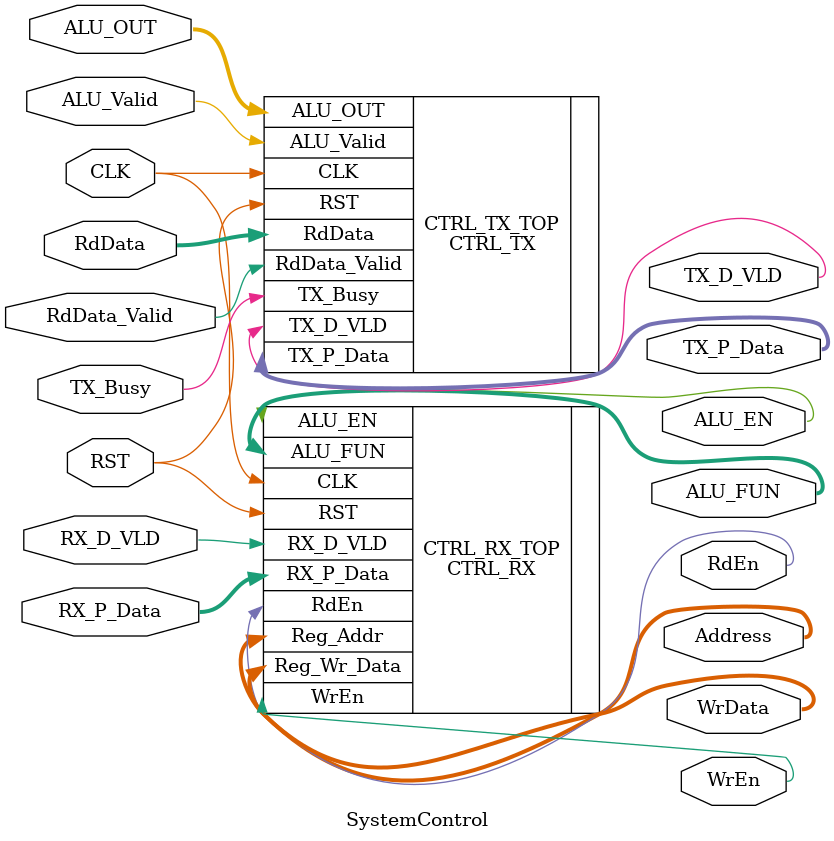
<source format=v>
module SystemControl #(
    parameter BusWidth  = 8,
    parameter FuncWidth = 4,
    parameter AddWidth  = 4
)(
    input  wire                   CLK,
    input  wire                   RST,
    input  wire                   RdData_Valid,
    input  wire                   RX_D_VLD,
    input  wire                   ALU_Valid,
    input  wire [2*BusWidth-1:0]  ALU_OUT,
    input  wire [BusWidth-1:0]    RX_P_Data,
    input  wire [BusWidth-1:0]    RdData,
    input  wire                   TX_Busy,
    output wire                   ALU_EN,
    output wire [FuncWidth-1:0]   ALU_FUN,
    output wire [AddWidth-1:0]    Address,
    output wire                   RdEn,
    output wire                   WrEn,
    output wire [BusWidth-1:0]    WrData,
    output wire [BusWidth-1:0]    TX_P_Data,
    output wire                   TX_D_VLD            
);


CTRL_RX                         #(.BusWidth(BusWidth), .FuncWidth(FuncWidth), .AddWidth(AddWidth)) CTRL_RX_TOP
(.RX_P_Data                     (RX_P_Data),
 .RX_D_VLD                      (RX_D_VLD),
 .RST                           (RST),
 .CLK                           (CLK),
 .Reg_Addr                      (Address),
 .Reg_Wr_Data                   (WrData),
 .ALU_FUN                       (ALU_FUN),
 .RdEn                          (RdEn),
 .WrEn                          (WrEn),
 .ALU_EN                        (ALU_EN)
);

CTRL_TX                         #(.BusWidth(BusWidth)) CTRL_TX_TOP
(.CLK                           (CLK),
 .RST                           (RST),
 .ALU_Valid                     (ALU_Valid),
 .ALU_OUT                       (ALU_OUT),
 .RdData_Valid                  (RdData_Valid),
 .RdData                        (RdData),
 .TX_Busy                       (TX_Busy),
 .TX_D_VLD                      (TX_D_VLD),
 .TX_P_Data                     (TX_P_Data)
);
endmodule

</source>
